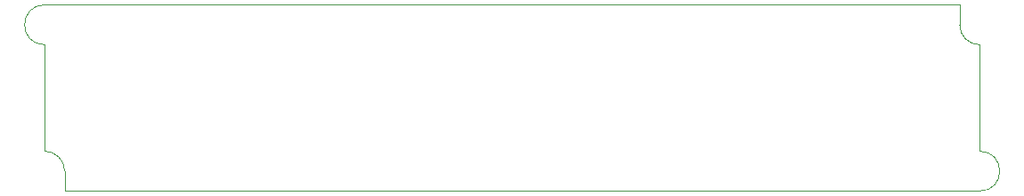
<source format=gm1>
G04 #@! TF.GenerationSoftware,KiCad,Pcbnew,(5.1.8)-1*
G04 #@! TF.CreationDate,2021-10-14T01:25:15+09:00*
G04 #@! TF.ProjectId,windsynth,77696e64-7379-46e7-9468-2e6b69636164,rev?*
G04 #@! TF.SameCoordinates,Original*
G04 #@! TF.FileFunction,Profile,NP*
%FSLAX46Y46*%
G04 Gerber Fmt 4.6, Leading zero omitted, Abs format (unit mm)*
G04 Created by KiCad (PCBNEW (5.1.8)-1) date 2021-10-14 01:25:15*
%MOMM*%
%LPD*%
G01*
G04 APERTURE LIST*
G04 #@! TA.AperFunction,Profile*
%ADD10C,0.050000*%
G04 #@! TD*
G04 APERTURE END LIST*
D10*
X183515000Y-97790000D02*
X194310000Y-97790000D01*
X118745000Y-97790000D02*
X183515000Y-97790000D01*
X107315000Y-97790000D02*
X118745000Y-97790000D01*
X115570000Y-115570000D02*
X191135000Y-115570000D01*
X109220000Y-115570000D02*
X115570000Y-115570000D01*
X191135000Y-115570000D02*
X196215000Y-115570000D01*
X196215000Y-111760000D02*
X196215000Y-101600000D01*
X107315000Y-101600000D02*
X107315000Y-111760000D01*
X109220000Y-115570000D02*
X109220000Y-113665000D01*
X107315000Y-111760000D02*
G75*
G02*
X109220000Y-113665000I0J-1905000D01*
G01*
X194310000Y-99695000D02*
X194310000Y-97790000D01*
X196215000Y-101600000D02*
G75*
G02*
X194310000Y-99695000I0J1905000D01*
G01*
X196215000Y-111760000D02*
G75*
G02*
X196215000Y-115570000I0J-1905000D01*
G01*
X107315000Y-101600000D02*
G75*
G02*
X107315000Y-97790000I0J1905000D01*
G01*
M02*

</source>
